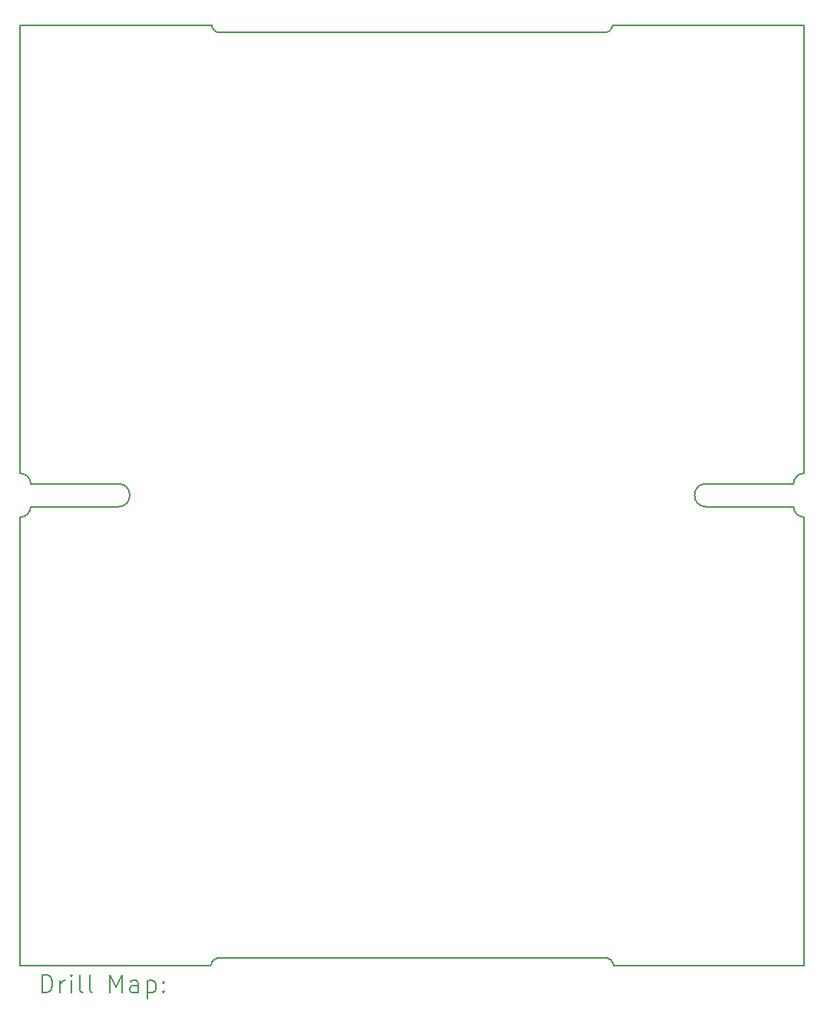
<source format=gbr>
%TF.GenerationSoftware,KiCad,Pcbnew,(7.0.0)*%
%TF.CreationDate,2023-07-30T12:50:24+02:00*%
%TF.ProjectId,RealyModul_1Wire_ADC,5265616c-794d-46f6-9475-6c5f31576972,rev?*%
%TF.SameCoordinates,Original*%
%TF.FileFunction,Drillmap*%
%TF.FilePolarity,Positive*%
%FSLAX45Y45*%
G04 Gerber Fmt 4.5, Leading zero omitted, Abs format (unit mm)*
G04 Created by KiCad (PCBNEW (7.0.0)) date 2023-07-30 12:50:24*
%MOMM*%
%LPD*%
G01*
G04 APERTURE LIST*
%ADD10C,0.150000*%
%ADD11C,0.152400*%
%ADD12C,0.200000*%
G04 APERTURE END LIST*
D10*
X16450500Y-9931400D02*
G75*
G03*
X16450500Y-10185400I0J-127000D01*
G01*
D11*
X10990000Y-15240000D02*
X10990730Y-15235370D01*
X15429994Y-15240000D02*
G75*
G03*
X15331520Y-15159760I-85994J-4990D01*
G01*
X15320000Y-4956800D02*
G75*
G03*
X15419510Y-4881190I11950J87560D01*
G01*
D10*
X8890000Y-10299700D02*
G75*
G03*
X9004300Y-10185400I0J114300D01*
G01*
X17415700Y-9931400D02*
X16450500Y-9931400D01*
D11*
X8890000Y-4876800D02*
X8890000Y-9817100D01*
D10*
X9004300Y-9931400D02*
G75*
G03*
X8890000Y-9817100I-114300J0D01*
G01*
D11*
X8890000Y-15240000D02*
X10990000Y-15240000D01*
X11000000Y-4876800D02*
X8890000Y-4876800D01*
D10*
X9004300Y-10185400D02*
X9969500Y-10185400D01*
D11*
X15320000Y-15160000D02*
X15331520Y-15159760D01*
X15430000Y-15240000D02*
X17530000Y-15240000D01*
X11000000Y-4876800D02*
G75*
G03*
X11085610Y-4957290I83050J2560D01*
G01*
X11100000Y-15160000D02*
X15320000Y-15160000D01*
D10*
X17415700Y-10185400D02*
G75*
G03*
X17530000Y-10299700I114300J0D01*
G01*
D11*
X15320000Y-4956800D02*
X11100000Y-4956800D01*
D10*
X9004300Y-9931400D02*
X9969500Y-9931400D01*
X17415700Y-10185400D02*
X16450500Y-10185400D01*
D11*
X8890000Y-10299700D02*
X8890000Y-15240000D01*
D10*
X9969500Y-10185400D02*
G75*
G03*
X9969500Y-9931400I0J127000D01*
G01*
D11*
X11100000Y-15160000D02*
G75*
G03*
X10990730Y-15235370I-16950J-92320D01*
G01*
X17530000Y-4876800D02*
X15420000Y-4876800D01*
X17530000Y-10299700D02*
X17530000Y-15240000D01*
X15420000Y-4876800D02*
X15419510Y-4881190D01*
X11100000Y-4956800D02*
X11085610Y-4957290D01*
X17530000Y-4876800D02*
X17530000Y-9817100D01*
D10*
X17530000Y-9817100D02*
G75*
G03*
X17415700Y-9931400I0J-114300D01*
G01*
D12*
X9129999Y-15541096D02*
X9129999Y-15341096D01*
X9129999Y-15341096D02*
X9177618Y-15341096D01*
X9177618Y-15341096D02*
X9206190Y-15350620D01*
X9206190Y-15350620D02*
X9225237Y-15369668D01*
X9225237Y-15369668D02*
X9234761Y-15388715D01*
X9234761Y-15388715D02*
X9244285Y-15426810D01*
X9244285Y-15426810D02*
X9244285Y-15455382D01*
X9244285Y-15455382D02*
X9234761Y-15493477D01*
X9234761Y-15493477D02*
X9225237Y-15512525D01*
X9225237Y-15512525D02*
X9206190Y-15531572D01*
X9206190Y-15531572D02*
X9177618Y-15541096D01*
X9177618Y-15541096D02*
X9129999Y-15541096D01*
X9329999Y-15541096D02*
X9329999Y-15407763D01*
X9329999Y-15445858D02*
X9339523Y-15426810D01*
X9339523Y-15426810D02*
X9349047Y-15417287D01*
X9349047Y-15417287D02*
X9368094Y-15407763D01*
X9368094Y-15407763D02*
X9387142Y-15407763D01*
X9453809Y-15541096D02*
X9453809Y-15407763D01*
X9453809Y-15341096D02*
X9444285Y-15350620D01*
X9444285Y-15350620D02*
X9453809Y-15360144D01*
X9453809Y-15360144D02*
X9463332Y-15350620D01*
X9463332Y-15350620D02*
X9453809Y-15341096D01*
X9453809Y-15341096D02*
X9453809Y-15360144D01*
X9577618Y-15541096D02*
X9558570Y-15531572D01*
X9558570Y-15531572D02*
X9549047Y-15512525D01*
X9549047Y-15512525D02*
X9549047Y-15341096D01*
X9682380Y-15541096D02*
X9663332Y-15531572D01*
X9663332Y-15531572D02*
X9653809Y-15512525D01*
X9653809Y-15512525D02*
X9653809Y-15341096D01*
X9878570Y-15541096D02*
X9878570Y-15341096D01*
X9878570Y-15341096D02*
X9945237Y-15483953D01*
X9945237Y-15483953D02*
X10011904Y-15341096D01*
X10011904Y-15341096D02*
X10011904Y-15541096D01*
X10192856Y-15541096D02*
X10192856Y-15436334D01*
X10192856Y-15436334D02*
X10183332Y-15417287D01*
X10183332Y-15417287D02*
X10164285Y-15407763D01*
X10164285Y-15407763D02*
X10126189Y-15407763D01*
X10126189Y-15407763D02*
X10107142Y-15417287D01*
X10192856Y-15531572D02*
X10173809Y-15541096D01*
X10173809Y-15541096D02*
X10126189Y-15541096D01*
X10126189Y-15541096D02*
X10107142Y-15531572D01*
X10107142Y-15531572D02*
X10097618Y-15512525D01*
X10097618Y-15512525D02*
X10097618Y-15493477D01*
X10097618Y-15493477D02*
X10107142Y-15474429D01*
X10107142Y-15474429D02*
X10126189Y-15464906D01*
X10126189Y-15464906D02*
X10173809Y-15464906D01*
X10173809Y-15464906D02*
X10192856Y-15455382D01*
X10288094Y-15407763D02*
X10288094Y-15607763D01*
X10288094Y-15417287D02*
X10307142Y-15407763D01*
X10307142Y-15407763D02*
X10345237Y-15407763D01*
X10345237Y-15407763D02*
X10364285Y-15417287D01*
X10364285Y-15417287D02*
X10373809Y-15426810D01*
X10373809Y-15426810D02*
X10383332Y-15445858D01*
X10383332Y-15445858D02*
X10383332Y-15503001D01*
X10383332Y-15503001D02*
X10373809Y-15522048D01*
X10373809Y-15522048D02*
X10364285Y-15531572D01*
X10364285Y-15531572D02*
X10345237Y-15541096D01*
X10345237Y-15541096D02*
X10307142Y-15541096D01*
X10307142Y-15541096D02*
X10288094Y-15531572D01*
X10469047Y-15522048D02*
X10478570Y-15531572D01*
X10478570Y-15531572D02*
X10469047Y-15541096D01*
X10469047Y-15541096D02*
X10459523Y-15531572D01*
X10459523Y-15531572D02*
X10469047Y-15522048D01*
X10469047Y-15522048D02*
X10469047Y-15541096D01*
X10469047Y-15417287D02*
X10478570Y-15426810D01*
X10478570Y-15426810D02*
X10469047Y-15436334D01*
X10469047Y-15436334D02*
X10459523Y-15426810D01*
X10459523Y-15426810D02*
X10469047Y-15417287D01*
X10469047Y-15417287D02*
X10469047Y-15436334D01*
M02*

</source>
